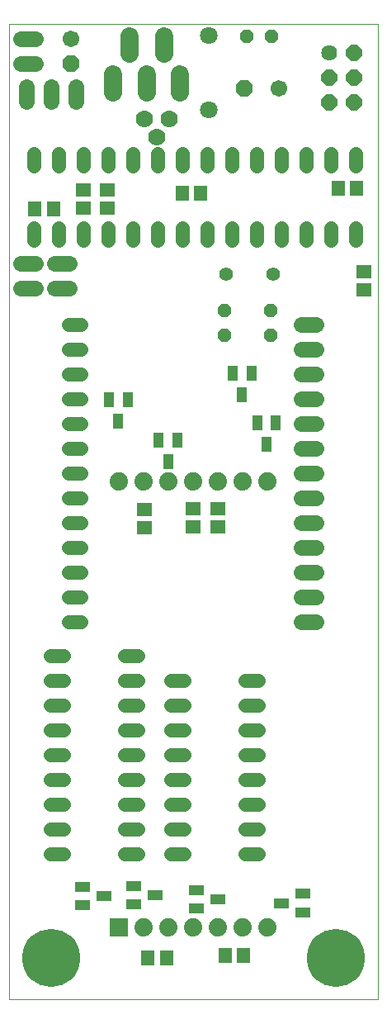
<source format=gbs>
G75*
G70*
%OFA0B0*%
%FSLAX24Y24*%
%IPPOS*%
%LPD*%
%AMOC8*
5,1,8,0,0,1.08239X$1,22.5*
%
%ADD10C,0.0000*%
%ADD11C,0.0709*%
%ADD12C,0.0745*%
%ADD13OC8,0.0560*%
%ADD14OC8,0.0670*%
%ADD15C,0.0670*%
%ADD16R,0.0740X0.0740*%
%ADD17C,0.0740*%
%ADD18C,0.0700*%
%ADD19C,0.0560*%
%ADD20C,0.0560*%
%ADD21R,0.0552X0.0631*%
%ADD22R,0.0434X0.0591*%
%ADD23R,0.0591X0.0434*%
%ADD24C,0.0640*%
%ADD25OC8,0.0640*%
%ADD26C,0.0640*%
%ADD27R,0.0631X0.0552*%
%ADD28C,0.2340*%
D10*
X003621Y000711D02*
X003621Y040081D01*
X018503Y040081D01*
X018503Y000711D01*
X003621Y000711D01*
D11*
X011688Y036617D03*
X011688Y039617D03*
D12*
X010519Y038048D02*
X010519Y037343D01*
X009869Y038893D02*
X009869Y039598D01*
X009169Y038048D02*
X009169Y037343D01*
X008469Y038893D02*
X008469Y039598D01*
X007819Y038048D02*
X007819Y037343D01*
D13*
X012330Y028518D03*
X012330Y027518D03*
X014173Y027518D03*
X014173Y028518D03*
X014228Y039577D03*
X013228Y039577D03*
D14*
X013106Y037483D03*
X006102Y038479D03*
D15*
X006102Y039479D03*
X014506Y037483D03*
D16*
X008062Y003640D03*
D17*
X009062Y003640D03*
X010062Y003640D03*
X011062Y003640D03*
X012062Y003640D03*
X013062Y003640D03*
X014062Y003640D03*
X014062Y021640D03*
X013062Y021640D03*
X012062Y021640D03*
X011062Y021640D03*
X010062Y021640D03*
X009062Y021640D03*
X008062Y021640D03*
D18*
X009566Y035512D03*
X010066Y036262D03*
X009066Y036262D03*
D19*
X008602Y034873D02*
X008602Y034353D01*
X009602Y034353D02*
X009602Y034873D01*
X010602Y034873D02*
X010602Y034353D01*
X011602Y034353D02*
X011602Y034873D01*
X012602Y034873D02*
X012602Y034353D01*
X013602Y034353D02*
X013602Y034873D01*
X014602Y034873D02*
X014602Y034353D01*
X015602Y034353D02*
X015602Y034873D01*
X016602Y034873D02*
X016602Y034353D01*
X017602Y034353D02*
X017602Y034873D01*
X017602Y031873D02*
X017602Y031353D01*
X016602Y031353D02*
X016602Y031873D01*
X015602Y031873D02*
X015602Y031353D01*
X014602Y031353D02*
X014602Y031873D01*
X013602Y031873D02*
X013602Y031353D01*
X012602Y031353D02*
X012602Y031873D01*
X011602Y031873D02*
X011602Y031353D01*
X010602Y031353D02*
X010602Y031873D01*
X009602Y031873D02*
X009602Y031353D01*
X008602Y031353D02*
X008602Y031873D01*
X007602Y031873D02*
X007602Y031353D01*
X006602Y031353D02*
X006602Y031873D01*
X005602Y031873D02*
X005602Y031353D01*
X004602Y031353D02*
X004602Y031873D01*
X004602Y034353D02*
X004602Y034873D01*
X005602Y034873D02*
X005602Y034353D01*
X006602Y034353D02*
X006602Y034873D01*
X007602Y034873D02*
X007602Y034353D01*
X006519Y027971D02*
X005999Y027971D01*
X005999Y026971D02*
X006519Y026971D01*
X006519Y025971D02*
X005999Y025971D01*
X005999Y024971D02*
X006519Y024971D01*
X006519Y023971D02*
X005999Y023971D01*
X005999Y022971D02*
X006519Y022971D01*
X006519Y021971D02*
X005999Y021971D01*
X005999Y020971D02*
X006519Y020971D01*
X006519Y019971D02*
X005999Y019971D01*
X005999Y018971D02*
X006519Y018971D01*
X006519Y017971D02*
X005999Y017971D01*
X005999Y016971D02*
X006519Y016971D01*
X006519Y015971D02*
X005999Y015971D01*
X005814Y014609D02*
X005294Y014609D01*
X005294Y013609D02*
X005814Y013609D01*
X005814Y012609D02*
X005294Y012609D01*
X005294Y011609D02*
X005814Y011609D01*
X005814Y010609D02*
X005294Y010609D01*
X005294Y009609D02*
X005814Y009609D01*
X005814Y008609D02*
X005294Y008609D01*
X005294Y007609D02*
X005814Y007609D01*
X005814Y006609D02*
X005294Y006609D01*
X008294Y006609D02*
X008814Y006609D01*
X008814Y007609D02*
X008294Y007609D01*
X008294Y008609D02*
X008814Y008609D01*
X008814Y009609D02*
X008294Y009609D01*
X008294Y010609D02*
X008814Y010609D01*
X008814Y011609D02*
X008294Y011609D01*
X008294Y012609D02*
X008814Y012609D01*
X008814Y013609D02*
X008294Y013609D01*
X008294Y014609D02*
X008814Y014609D01*
X010161Y013609D02*
X010681Y013609D01*
X010681Y012609D02*
X010161Y012609D01*
X010161Y011609D02*
X010681Y011609D01*
X010681Y010609D02*
X010161Y010609D01*
X010161Y009609D02*
X010681Y009609D01*
X010681Y008609D02*
X010161Y008609D01*
X010161Y007609D02*
X010681Y007609D01*
X010681Y006609D02*
X010161Y006609D01*
X013161Y006609D02*
X013681Y006609D01*
X013681Y007609D02*
X013161Y007609D01*
X013161Y008609D02*
X013681Y008609D01*
X013681Y009609D02*
X013161Y009609D01*
X013161Y010609D02*
X013681Y010609D01*
X013681Y011609D02*
X013161Y011609D01*
X013161Y012609D02*
X013681Y012609D01*
X013681Y013609D02*
X013161Y013609D01*
D20*
X012380Y030006D03*
X014280Y030006D03*
D21*
X016909Y033467D03*
X017657Y033467D03*
X011358Y033270D03*
X010610Y033270D03*
X005413Y032640D03*
X004665Y032640D03*
X012342Y002483D03*
X013090Y002483D03*
X009980Y002404D03*
X009232Y002404D03*
D22*
X010039Y022443D03*
X010413Y023309D03*
X009665Y023309D03*
X008405Y024924D03*
X008031Y024057D03*
X007657Y024924D03*
X012657Y025987D03*
X013031Y025120D03*
X013405Y025987D03*
X013641Y023979D03*
X014015Y023113D03*
X014389Y023979D03*
D23*
X015472Y004983D03*
X015472Y004235D03*
X014606Y004609D03*
X012047Y004766D03*
X011180Y004392D03*
X011180Y005140D03*
X009527Y004924D03*
X008661Y005298D03*
X008661Y004550D03*
X007440Y004884D03*
X006574Y004510D03*
X006574Y005258D03*
D24*
X016543Y038920D03*
D25*
X016543Y037920D03*
X016543Y036920D03*
X017543Y036920D03*
X017543Y037920D03*
X017543Y038920D03*
D26*
X016008Y027971D02*
X015408Y027971D01*
X015408Y026971D02*
X016008Y026971D01*
X016008Y025971D02*
X015408Y025971D01*
X015408Y024971D02*
X016008Y024971D01*
X016008Y023971D02*
X015408Y023971D01*
X015408Y022971D02*
X016008Y022971D01*
X016008Y021971D02*
X015408Y021971D01*
X015408Y020971D02*
X016008Y020971D01*
X016008Y019971D02*
X015408Y019971D01*
X015408Y018971D02*
X016008Y018971D01*
X016008Y017971D02*
X015408Y017971D01*
X015408Y016971D02*
X016008Y016971D01*
X016008Y015971D02*
X015408Y015971D01*
X006047Y029424D02*
X005447Y029424D01*
X005447Y030424D02*
X006047Y030424D01*
X004669Y030424D02*
X004069Y030424D01*
X004069Y029424D02*
X004669Y029424D01*
X004314Y036946D02*
X004314Y037546D01*
X004069Y038479D02*
X004669Y038479D01*
X004669Y039479D02*
X004069Y039479D01*
X005314Y037546D02*
X005314Y036946D01*
X006314Y036946D02*
X006314Y037546D01*
D27*
X006614Y033408D03*
X006614Y032660D03*
X007598Y032660D03*
X007598Y033408D03*
X009094Y020494D03*
X009094Y019746D03*
X011062Y019786D03*
X011062Y020534D03*
X012047Y020534D03*
X012047Y019786D03*
X017952Y029353D03*
X017952Y030101D03*
D28*
X016810Y002404D03*
X005314Y002404D03*
M02*

</source>
